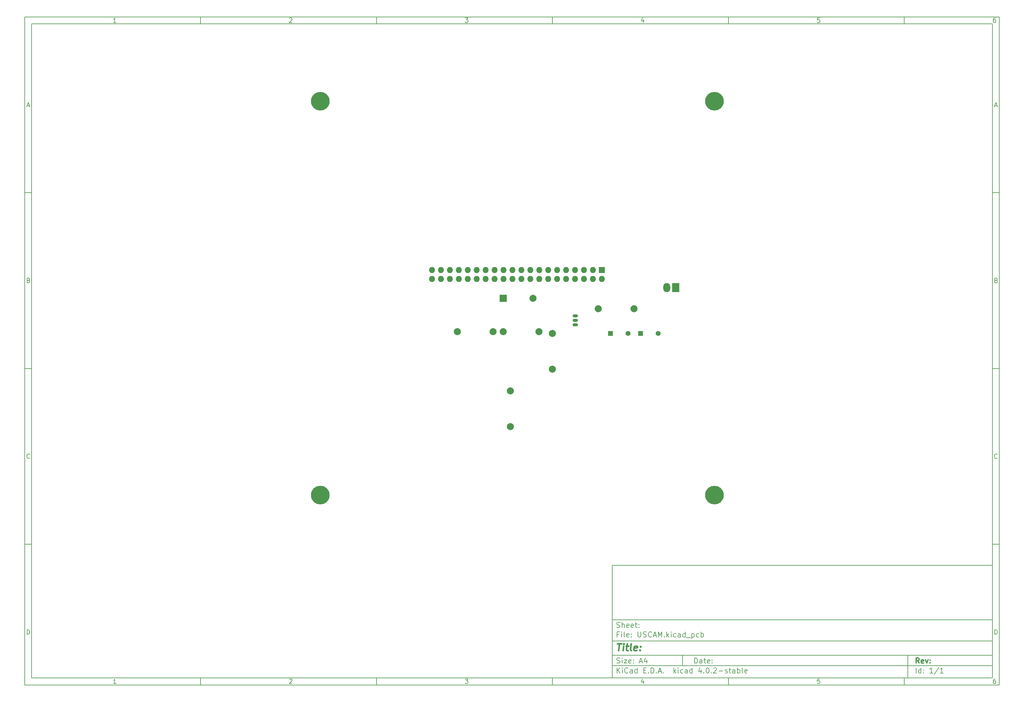
<source format=gbs>
G04 #@! TF.FileFunction,Soldermask,Bot*
%FSLAX46Y46*%
G04 Gerber Fmt 4.6, Leading zero omitted, Abs format (unit mm)*
G04 Created by KiCad (PCBNEW 4.0.2-stable) date 7/30/2016 9:27:16 AM*
%MOMM*%
G01*
G04 APERTURE LIST*
%ADD10C,0.020000*%
%ADD11C,0.150000*%
%ADD12C,0.300000*%
%ADD13C,0.400000*%
%ADD14R,1.400000X1.400000*%
%ADD15C,1.400000*%
%ADD16R,2.000000X2.600000*%
%ADD17O,2.000000X2.600000*%
%ADD18R,1.727200X1.727200*%
%ADD19O,1.727200X1.727200*%
%ADD20O,1.501140X0.899160*%
%ADD21C,1.998980*%
%ADD22C,2.000000*%
%ADD23R,2.000000X2.000000*%
%ADD24C,5.300000*%
G04 APERTURE END LIST*
D10*
D11*
X177002200Y-166007200D02*
X177002200Y-198007200D01*
X285002200Y-198007200D01*
X285002200Y-166007200D01*
X177002200Y-166007200D01*
D10*
D11*
X10000000Y-10000000D02*
X10000000Y-200007200D01*
X287002200Y-200007200D01*
X287002200Y-10000000D01*
X10000000Y-10000000D01*
D10*
D11*
X12000000Y-12000000D02*
X12000000Y-198007200D01*
X285002200Y-198007200D01*
X285002200Y-12000000D01*
X12000000Y-12000000D01*
D10*
D11*
X60000000Y-12000000D02*
X60000000Y-10000000D01*
D10*
D11*
X110000000Y-12000000D02*
X110000000Y-10000000D01*
D10*
D11*
X160000000Y-12000000D02*
X160000000Y-10000000D01*
D10*
D11*
X210000000Y-12000000D02*
X210000000Y-10000000D01*
D10*
D11*
X260000000Y-12000000D02*
X260000000Y-10000000D01*
D10*
D11*
X35990476Y-11588095D02*
X35247619Y-11588095D01*
X35619048Y-11588095D02*
X35619048Y-10288095D01*
X35495238Y-10473810D01*
X35371429Y-10597619D01*
X35247619Y-10659524D01*
D10*
D11*
X85247619Y-10411905D02*
X85309524Y-10350000D01*
X85433333Y-10288095D01*
X85742857Y-10288095D01*
X85866667Y-10350000D01*
X85928571Y-10411905D01*
X85990476Y-10535714D01*
X85990476Y-10659524D01*
X85928571Y-10845238D01*
X85185714Y-11588095D01*
X85990476Y-11588095D01*
D10*
D11*
X135185714Y-10288095D02*
X135990476Y-10288095D01*
X135557143Y-10783333D01*
X135742857Y-10783333D01*
X135866667Y-10845238D01*
X135928571Y-10907143D01*
X135990476Y-11030952D01*
X135990476Y-11340476D01*
X135928571Y-11464286D01*
X135866667Y-11526190D01*
X135742857Y-11588095D01*
X135371429Y-11588095D01*
X135247619Y-11526190D01*
X135185714Y-11464286D01*
D10*
D11*
X185866667Y-10721429D02*
X185866667Y-11588095D01*
X185557143Y-10226190D02*
X185247619Y-11154762D01*
X186052381Y-11154762D01*
D10*
D11*
X235928571Y-10288095D02*
X235309524Y-10288095D01*
X235247619Y-10907143D01*
X235309524Y-10845238D01*
X235433333Y-10783333D01*
X235742857Y-10783333D01*
X235866667Y-10845238D01*
X235928571Y-10907143D01*
X235990476Y-11030952D01*
X235990476Y-11340476D01*
X235928571Y-11464286D01*
X235866667Y-11526190D01*
X235742857Y-11588095D01*
X235433333Y-11588095D01*
X235309524Y-11526190D01*
X235247619Y-11464286D01*
D10*
D11*
X285866667Y-10288095D02*
X285619048Y-10288095D01*
X285495238Y-10350000D01*
X285433333Y-10411905D01*
X285309524Y-10597619D01*
X285247619Y-10845238D01*
X285247619Y-11340476D01*
X285309524Y-11464286D01*
X285371429Y-11526190D01*
X285495238Y-11588095D01*
X285742857Y-11588095D01*
X285866667Y-11526190D01*
X285928571Y-11464286D01*
X285990476Y-11340476D01*
X285990476Y-11030952D01*
X285928571Y-10907143D01*
X285866667Y-10845238D01*
X285742857Y-10783333D01*
X285495238Y-10783333D01*
X285371429Y-10845238D01*
X285309524Y-10907143D01*
X285247619Y-11030952D01*
D10*
D11*
X60000000Y-198007200D02*
X60000000Y-200007200D01*
D10*
D11*
X110000000Y-198007200D02*
X110000000Y-200007200D01*
D10*
D11*
X160000000Y-198007200D02*
X160000000Y-200007200D01*
D10*
D11*
X210000000Y-198007200D02*
X210000000Y-200007200D01*
D10*
D11*
X260000000Y-198007200D02*
X260000000Y-200007200D01*
D10*
D11*
X35990476Y-199595295D02*
X35247619Y-199595295D01*
X35619048Y-199595295D02*
X35619048Y-198295295D01*
X35495238Y-198481010D01*
X35371429Y-198604819D01*
X35247619Y-198666724D01*
D10*
D11*
X85247619Y-198419105D02*
X85309524Y-198357200D01*
X85433333Y-198295295D01*
X85742857Y-198295295D01*
X85866667Y-198357200D01*
X85928571Y-198419105D01*
X85990476Y-198542914D01*
X85990476Y-198666724D01*
X85928571Y-198852438D01*
X85185714Y-199595295D01*
X85990476Y-199595295D01*
D10*
D11*
X135185714Y-198295295D02*
X135990476Y-198295295D01*
X135557143Y-198790533D01*
X135742857Y-198790533D01*
X135866667Y-198852438D01*
X135928571Y-198914343D01*
X135990476Y-199038152D01*
X135990476Y-199347676D01*
X135928571Y-199471486D01*
X135866667Y-199533390D01*
X135742857Y-199595295D01*
X135371429Y-199595295D01*
X135247619Y-199533390D01*
X135185714Y-199471486D01*
D10*
D11*
X185866667Y-198728629D02*
X185866667Y-199595295D01*
X185557143Y-198233390D02*
X185247619Y-199161962D01*
X186052381Y-199161962D01*
D10*
D11*
X235928571Y-198295295D02*
X235309524Y-198295295D01*
X235247619Y-198914343D01*
X235309524Y-198852438D01*
X235433333Y-198790533D01*
X235742857Y-198790533D01*
X235866667Y-198852438D01*
X235928571Y-198914343D01*
X235990476Y-199038152D01*
X235990476Y-199347676D01*
X235928571Y-199471486D01*
X235866667Y-199533390D01*
X235742857Y-199595295D01*
X235433333Y-199595295D01*
X235309524Y-199533390D01*
X235247619Y-199471486D01*
D10*
D11*
X285866667Y-198295295D02*
X285619048Y-198295295D01*
X285495238Y-198357200D01*
X285433333Y-198419105D01*
X285309524Y-198604819D01*
X285247619Y-198852438D01*
X285247619Y-199347676D01*
X285309524Y-199471486D01*
X285371429Y-199533390D01*
X285495238Y-199595295D01*
X285742857Y-199595295D01*
X285866667Y-199533390D01*
X285928571Y-199471486D01*
X285990476Y-199347676D01*
X285990476Y-199038152D01*
X285928571Y-198914343D01*
X285866667Y-198852438D01*
X285742857Y-198790533D01*
X285495238Y-198790533D01*
X285371429Y-198852438D01*
X285309524Y-198914343D01*
X285247619Y-199038152D01*
D10*
D11*
X10000000Y-60000000D02*
X12000000Y-60000000D01*
D10*
D11*
X10000000Y-110000000D02*
X12000000Y-110000000D01*
D10*
D11*
X10000000Y-160000000D02*
X12000000Y-160000000D01*
D10*
D11*
X10690476Y-35216667D02*
X11309524Y-35216667D01*
X10566667Y-35588095D02*
X11000000Y-34288095D01*
X11433333Y-35588095D01*
D10*
D11*
X11092857Y-84907143D02*
X11278571Y-84969048D01*
X11340476Y-85030952D01*
X11402381Y-85154762D01*
X11402381Y-85340476D01*
X11340476Y-85464286D01*
X11278571Y-85526190D01*
X11154762Y-85588095D01*
X10659524Y-85588095D01*
X10659524Y-84288095D01*
X11092857Y-84288095D01*
X11216667Y-84350000D01*
X11278571Y-84411905D01*
X11340476Y-84535714D01*
X11340476Y-84659524D01*
X11278571Y-84783333D01*
X11216667Y-84845238D01*
X11092857Y-84907143D01*
X10659524Y-84907143D01*
D10*
D11*
X11402381Y-135464286D02*
X11340476Y-135526190D01*
X11154762Y-135588095D01*
X11030952Y-135588095D01*
X10845238Y-135526190D01*
X10721429Y-135402381D01*
X10659524Y-135278571D01*
X10597619Y-135030952D01*
X10597619Y-134845238D01*
X10659524Y-134597619D01*
X10721429Y-134473810D01*
X10845238Y-134350000D01*
X11030952Y-134288095D01*
X11154762Y-134288095D01*
X11340476Y-134350000D01*
X11402381Y-134411905D01*
D10*
D11*
X10659524Y-185588095D02*
X10659524Y-184288095D01*
X10969048Y-184288095D01*
X11154762Y-184350000D01*
X11278571Y-184473810D01*
X11340476Y-184597619D01*
X11402381Y-184845238D01*
X11402381Y-185030952D01*
X11340476Y-185278571D01*
X11278571Y-185402381D01*
X11154762Y-185526190D01*
X10969048Y-185588095D01*
X10659524Y-185588095D01*
D10*
D11*
X287002200Y-60000000D02*
X285002200Y-60000000D01*
D10*
D11*
X287002200Y-110000000D02*
X285002200Y-110000000D01*
D10*
D11*
X287002200Y-160000000D02*
X285002200Y-160000000D01*
D10*
D11*
X285692676Y-35216667D02*
X286311724Y-35216667D01*
X285568867Y-35588095D02*
X286002200Y-34288095D01*
X286435533Y-35588095D01*
D10*
D11*
X286095057Y-84907143D02*
X286280771Y-84969048D01*
X286342676Y-85030952D01*
X286404581Y-85154762D01*
X286404581Y-85340476D01*
X286342676Y-85464286D01*
X286280771Y-85526190D01*
X286156962Y-85588095D01*
X285661724Y-85588095D01*
X285661724Y-84288095D01*
X286095057Y-84288095D01*
X286218867Y-84350000D01*
X286280771Y-84411905D01*
X286342676Y-84535714D01*
X286342676Y-84659524D01*
X286280771Y-84783333D01*
X286218867Y-84845238D01*
X286095057Y-84907143D01*
X285661724Y-84907143D01*
D10*
D11*
X286404581Y-135464286D02*
X286342676Y-135526190D01*
X286156962Y-135588095D01*
X286033152Y-135588095D01*
X285847438Y-135526190D01*
X285723629Y-135402381D01*
X285661724Y-135278571D01*
X285599819Y-135030952D01*
X285599819Y-134845238D01*
X285661724Y-134597619D01*
X285723629Y-134473810D01*
X285847438Y-134350000D01*
X286033152Y-134288095D01*
X286156962Y-134288095D01*
X286342676Y-134350000D01*
X286404581Y-134411905D01*
D10*
D11*
X285661724Y-185588095D02*
X285661724Y-184288095D01*
X285971248Y-184288095D01*
X286156962Y-184350000D01*
X286280771Y-184473810D01*
X286342676Y-184597619D01*
X286404581Y-184845238D01*
X286404581Y-185030952D01*
X286342676Y-185278571D01*
X286280771Y-185402381D01*
X286156962Y-185526190D01*
X285971248Y-185588095D01*
X285661724Y-185588095D01*
D10*
D11*
X200359343Y-193785771D02*
X200359343Y-192285771D01*
X200716486Y-192285771D01*
X200930771Y-192357200D01*
X201073629Y-192500057D01*
X201145057Y-192642914D01*
X201216486Y-192928629D01*
X201216486Y-193142914D01*
X201145057Y-193428629D01*
X201073629Y-193571486D01*
X200930771Y-193714343D01*
X200716486Y-193785771D01*
X200359343Y-193785771D01*
X202502200Y-193785771D02*
X202502200Y-193000057D01*
X202430771Y-192857200D01*
X202287914Y-192785771D01*
X202002200Y-192785771D01*
X201859343Y-192857200D01*
X202502200Y-193714343D02*
X202359343Y-193785771D01*
X202002200Y-193785771D01*
X201859343Y-193714343D01*
X201787914Y-193571486D01*
X201787914Y-193428629D01*
X201859343Y-193285771D01*
X202002200Y-193214343D01*
X202359343Y-193214343D01*
X202502200Y-193142914D01*
X203002200Y-192785771D02*
X203573629Y-192785771D01*
X203216486Y-192285771D02*
X203216486Y-193571486D01*
X203287914Y-193714343D01*
X203430772Y-193785771D01*
X203573629Y-193785771D01*
X204645057Y-193714343D02*
X204502200Y-193785771D01*
X204216486Y-193785771D01*
X204073629Y-193714343D01*
X204002200Y-193571486D01*
X204002200Y-193000057D01*
X204073629Y-192857200D01*
X204216486Y-192785771D01*
X204502200Y-192785771D01*
X204645057Y-192857200D01*
X204716486Y-193000057D01*
X204716486Y-193142914D01*
X204002200Y-193285771D01*
X205359343Y-193642914D02*
X205430771Y-193714343D01*
X205359343Y-193785771D01*
X205287914Y-193714343D01*
X205359343Y-193642914D01*
X205359343Y-193785771D01*
X205359343Y-192857200D02*
X205430771Y-192928629D01*
X205359343Y-193000057D01*
X205287914Y-192928629D01*
X205359343Y-192857200D01*
X205359343Y-193000057D01*
D10*
D11*
X177002200Y-194507200D02*
X285002200Y-194507200D01*
D10*
D11*
X178359343Y-196585771D02*
X178359343Y-195085771D01*
X179216486Y-196585771D02*
X178573629Y-195728629D01*
X179216486Y-195085771D02*
X178359343Y-195942914D01*
X179859343Y-196585771D02*
X179859343Y-195585771D01*
X179859343Y-195085771D02*
X179787914Y-195157200D01*
X179859343Y-195228629D01*
X179930771Y-195157200D01*
X179859343Y-195085771D01*
X179859343Y-195228629D01*
X181430772Y-196442914D02*
X181359343Y-196514343D01*
X181145057Y-196585771D01*
X181002200Y-196585771D01*
X180787915Y-196514343D01*
X180645057Y-196371486D01*
X180573629Y-196228629D01*
X180502200Y-195942914D01*
X180502200Y-195728629D01*
X180573629Y-195442914D01*
X180645057Y-195300057D01*
X180787915Y-195157200D01*
X181002200Y-195085771D01*
X181145057Y-195085771D01*
X181359343Y-195157200D01*
X181430772Y-195228629D01*
X182716486Y-196585771D02*
X182716486Y-195800057D01*
X182645057Y-195657200D01*
X182502200Y-195585771D01*
X182216486Y-195585771D01*
X182073629Y-195657200D01*
X182716486Y-196514343D02*
X182573629Y-196585771D01*
X182216486Y-196585771D01*
X182073629Y-196514343D01*
X182002200Y-196371486D01*
X182002200Y-196228629D01*
X182073629Y-196085771D01*
X182216486Y-196014343D01*
X182573629Y-196014343D01*
X182716486Y-195942914D01*
X184073629Y-196585771D02*
X184073629Y-195085771D01*
X184073629Y-196514343D02*
X183930772Y-196585771D01*
X183645058Y-196585771D01*
X183502200Y-196514343D01*
X183430772Y-196442914D01*
X183359343Y-196300057D01*
X183359343Y-195871486D01*
X183430772Y-195728629D01*
X183502200Y-195657200D01*
X183645058Y-195585771D01*
X183930772Y-195585771D01*
X184073629Y-195657200D01*
X185930772Y-195800057D02*
X186430772Y-195800057D01*
X186645058Y-196585771D02*
X185930772Y-196585771D01*
X185930772Y-195085771D01*
X186645058Y-195085771D01*
X187287915Y-196442914D02*
X187359343Y-196514343D01*
X187287915Y-196585771D01*
X187216486Y-196514343D01*
X187287915Y-196442914D01*
X187287915Y-196585771D01*
X188002201Y-196585771D02*
X188002201Y-195085771D01*
X188359344Y-195085771D01*
X188573629Y-195157200D01*
X188716487Y-195300057D01*
X188787915Y-195442914D01*
X188859344Y-195728629D01*
X188859344Y-195942914D01*
X188787915Y-196228629D01*
X188716487Y-196371486D01*
X188573629Y-196514343D01*
X188359344Y-196585771D01*
X188002201Y-196585771D01*
X189502201Y-196442914D02*
X189573629Y-196514343D01*
X189502201Y-196585771D01*
X189430772Y-196514343D01*
X189502201Y-196442914D01*
X189502201Y-196585771D01*
X190145058Y-196157200D02*
X190859344Y-196157200D01*
X190002201Y-196585771D02*
X190502201Y-195085771D01*
X191002201Y-196585771D01*
X191502201Y-196442914D02*
X191573629Y-196514343D01*
X191502201Y-196585771D01*
X191430772Y-196514343D01*
X191502201Y-196442914D01*
X191502201Y-196585771D01*
X194502201Y-196585771D02*
X194502201Y-195085771D01*
X194645058Y-196014343D02*
X195073629Y-196585771D01*
X195073629Y-195585771D02*
X194502201Y-196157200D01*
X195716487Y-196585771D02*
X195716487Y-195585771D01*
X195716487Y-195085771D02*
X195645058Y-195157200D01*
X195716487Y-195228629D01*
X195787915Y-195157200D01*
X195716487Y-195085771D01*
X195716487Y-195228629D01*
X197073630Y-196514343D02*
X196930773Y-196585771D01*
X196645059Y-196585771D01*
X196502201Y-196514343D01*
X196430773Y-196442914D01*
X196359344Y-196300057D01*
X196359344Y-195871486D01*
X196430773Y-195728629D01*
X196502201Y-195657200D01*
X196645059Y-195585771D01*
X196930773Y-195585771D01*
X197073630Y-195657200D01*
X198359344Y-196585771D02*
X198359344Y-195800057D01*
X198287915Y-195657200D01*
X198145058Y-195585771D01*
X197859344Y-195585771D01*
X197716487Y-195657200D01*
X198359344Y-196514343D02*
X198216487Y-196585771D01*
X197859344Y-196585771D01*
X197716487Y-196514343D01*
X197645058Y-196371486D01*
X197645058Y-196228629D01*
X197716487Y-196085771D01*
X197859344Y-196014343D01*
X198216487Y-196014343D01*
X198359344Y-195942914D01*
X199716487Y-196585771D02*
X199716487Y-195085771D01*
X199716487Y-196514343D02*
X199573630Y-196585771D01*
X199287916Y-196585771D01*
X199145058Y-196514343D01*
X199073630Y-196442914D01*
X199002201Y-196300057D01*
X199002201Y-195871486D01*
X199073630Y-195728629D01*
X199145058Y-195657200D01*
X199287916Y-195585771D01*
X199573630Y-195585771D01*
X199716487Y-195657200D01*
X202216487Y-195585771D02*
X202216487Y-196585771D01*
X201859344Y-195014343D02*
X201502201Y-196085771D01*
X202430773Y-196085771D01*
X203002201Y-196442914D02*
X203073629Y-196514343D01*
X203002201Y-196585771D01*
X202930772Y-196514343D01*
X203002201Y-196442914D01*
X203002201Y-196585771D01*
X204002201Y-195085771D02*
X204145058Y-195085771D01*
X204287915Y-195157200D01*
X204359344Y-195228629D01*
X204430773Y-195371486D01*
X204502201Y-195657200D01*
X204502201Y-196014343D01*
X204430773Y-196300057D01*
X204359344Y-196442914D01*
X204287915Y-196514343D01*
X204145058Y-196585771D01*
X204002201Y-196585771D01*
X203859344Y-196514343D01*
X203787915Y-196442914D01*
X203716487Y-196300057D01*
X203645058Y-196014343D01*
X203645058Y-195657200D01*
X203716487Y-195371486D01*
X203787915Y-195228629D01*
X203859344Y-195157200D01*
X204002201Y-195085771D01*
X205145058Y-196442914D02*
X205216486Y-196514343D01*
X205145058Y-196585771D01*
X205073629Y-196514343D01*
X205145058Y-196442914D01*
X205145058Y-196585771D01*
X205787915Y-195228629D02*
X205859344Y-195157200D01*
X206002201Y-195085771D01*
X206359344Y-195085771D01*
X206502201Y-195157200D01*
X206573630Y-195228629D01*
X206645058Y-195371486D01*
X206645058Y-195514343D01*
X206573630Y-195728629D01*
X205716487Y-196585771D01*
X206645058Y-196585771D01*
X207287915Y-196014343D02*
X208430772Y-196014343D01*
X209073629Y-196514343D02*
X209216486Y-196585771D01*
X209502201Y-196585771D01*
X209645058Y-196514343D01*
X209716486Y-196371486D01*
X209716486Y-196300057D01*
X209645058Y-196157200D01*
X209502201Y-196085771D01*
X209287915Y-196085771D01*
X209145058Y-196014343D01*
X209073629Y-195871486D01*
X209073629Y-195800057D01*
X209145058Y-195657200D01*
X209287915Y-195585771D01*
X209502201Y-195585771D01*
X209645058Y-195657200D01*
X210145058Y-195585771D02*
X210716487Y-195585771D01*
X210359344Y-195085771D02*
X210359344Y-196371486D01*
X210430772Y-196514343D01*
X210573630Y-196585771D01*
X210716487Y-196585771D01*
X211859344Y-196585771D02*
X211859344Y-195800057D01*
X211787915Y-195657200D01*
X211645058Y-195585771D01*
X211359344Y-195585771D01*
X211216487Y-195657200D01*
X211859344Y-196514343D02*
X211716487Y-196585771D01*
X211359344Y-196585771D01*
X211216487Y-196514343D01*
X211145058Y-196371486D01*
X211145058Y-196228629D01*
X211216487Y-196085771D01*
X211359344Y-196014343D01*
X211716487Y-196014343D01*
X211859344Y-195942914D01*
X212573630Y-196585771D02*
X212573630Y-195085771D01*
X212573630Y-195657200D02*
X212716487Y-195585771D01*
X213002201Y-195585771D01*
X213145058Y-195657200D01*
X213216487Y-195728629D01*
X213287916Y-195871486D01*
X213287916Y-196300057D01*
X213216487Y-196442914D01*
X213145058Y-196514343D01*
X213002201Y-196585771D01*
X212716487Y-196585771D01*
X212573630Y-196514343D01*
X214145059Y-196585771D02*
X214002201Y-196514343D01*
X213930773Y-196371486D01*
X213930773Y-195085771D01*
X215287915Y-196514343D02*
X215145058Y-196585771D01*
X214859344Y-196585771D01*
X214716487Y-196514343D01*
X214645058Y-196371486D01*
X214645058Y-195800057D01*
X214716487Y-195657200D01*
X214859344Y-195585771D01*
X215145058Y-195585771D01*
X215287915Y-195657200D01*
X215359344Y-195800057D01*
X215359344Y-195942914D01*
X214645058Y-196085771D01*
D10*
D11*
X177002200Y-191507200D02*
X285002200Y-191507200D01*
D10*
D12*
X264216486Y-193785771D02*
X263716486Y-193071486D01*
X263359343Y-193785771D02*
X263359343Y-192285771D01*
X263930771Y-192285771D01*
X264073629Y-192357200D01*
X264145057Y-192428629D01*
X264216486Y-192571486D01*
X264216486Y-192785771D01*
X264145057Y-192928629D01*
X264073629Y-193000057D01*
X263930771Y-193071486D01*
X263359343Y-193071486D01*
X265430771Y-193714343D02*
X265287914Y-193785771D01*
X265002200Y-193785771D01*
X264859343Y-193714343D01*
X264787914Y-193571486D01*
X264787914Y-193000057D01*
X264859343Y-192857200D01*
X265002200Y-192785771D01*
X265287914Y-192785771D01*
X265430771Y-192857200D01*
X265502200Y-193000057D01*
X265502200Y-193142914D01*
X264787914Y-193285771D01*
X266002200Y-192785771D02*
X266359343Y-193785771D01*
X266716485Y-192785771D01*
X267287914Y-193642914D02*
X267359342Y-193714343D01*
X267287914Y-193785771D01*
X267216485Y-193714343D01*
X267287914Y-193642914D01*
X267287914Y-193785771D01*
X267287914Y-192857200D02*
X267359342Y-192928629D01*
X267287914Y-193000057D01*
X267216485Y-192928629D01*
X267287914Y-192857200D01*
X267287914Y-193000057D01*
D10*
D11*
X178287914Y-193714343D02*
X178502200Y-193785771D01*
X178859343Y-193785771D01*
X179002200Y-193714343D01*
X179073629Y-193642914D01*
X179145057Y-193500057D01*
X179145057Y-193357200D01*
X179073629Y-193214343D01*
X179002200Y-193142914D01*
X178859343Y-193071486D01*
X178573629Y-193000057D01*
X178430771Y-192928629D01*
X178359343Y-192857200D01*
X178287914Y-192714343D01*
X178287914Y-192571486D01*
X178359343Y-192428629D01*
X178430771Y-192357200D01*
X178573629Y-192285771D01*
X178930771Y-192285771D01*
X179145057Y-192357200D01*
X179787914Y-193785771D02*
X179787914Y-192785771D01*
X179787914Y-192285771D02*
X179716485Y-192357200D01*
X179787914Y-192428629D01*
X179859342Y-192357200D01*
X179787914Y-192285771D01*
X179787914Y-192428629D01*
X180359343Y-192785771D02*
X181145057Y-192785771D01*
X180359343Y-193785771D01*
X181145057Y-193785771D01*
X182287914Y-193714343D02*
X182145057Y-193785771D01*
X181859343Y-193785771D01*
X181716486Y-193714343D01*
X181645057Y-193571486D01*
X181645057Y-193000057D01*
X181716486Y-192857200D01*
X181859343Y-192785771D01*
X182145057Y-192785771D01*
X182287914Y-192857200D01*
X182359343Y-193000057D01*
X182359343Y-193142914D01*
X181645057Y-193285771D01*
X183002200Y-193642914D02*
X183073628Y-193714343D01*
X183002200Y-193785771D01*
X182930771Y-193714343D01*
X183002200Y-193642914D01*
X183002200Y-193785771D01*
X183002200Y-192857200D02*
X183073628Y-192928629D01*
X183002200Y-193000057D01*
X182930771Y-192928629D01*
X183002200Y-192857200D01*
X183002200Y-193000057D01*
X184787914Y-193357200D02*
X185502200Y-193357200D01*
X184645057Y-193785771D02*
X185145057Y-192285771D01*
X185645057Y-193785771D01*
X186787914Y-192785771D02*
X186787914Y-193785771D01*
X186430771Y-192214343D02*
X186073628Y-193285771D01*
X187002200Y-193285771D01*
D10*
D11*
X263359343Y-196585771D02*
X263359343Y-195085771D01*
X264716486Y-196585771D02*
X264716486Y-195085771D01*
X264716486Y-196514343D02*
X264573629Y-196585771D01*
X264287915Y-196585771D01*
X264145057Y-196514343D01*
X264073629Y-196442914D01*
X264002200Y-196300057D01*
X264002200Y-195871486D01*
X264073629Y-195728629D01*
X264145057Y-195657200D01*
X264287915Y-195585771D01*
X264573629Y-195585771D01*
X264716486Y-195657200D01*
X265430772Y-196442914D02*
X265502200Y-196514343D01*
X265430772Y-196585771D01*
X265359343Y-196514343D01*
X265430772Y-196442914D01*
X265430772Y-196585771D01*
X265430772Y-195657200D02*
X265502200Y-195728629D01*
X265430772Y-195800057D01*
X265359343Y-195728629D01*
X265430772Y-195657200D01*
X265430772Y-195800057D01*
X268073629Y-196585771D02*
X267216486Y-196585771D01*
X267645058Y-196585771D02*
X267645058Y-195085771D01*
X267502201Y-195300057D01*
X267359343Y-195442914D01*
X267216486Y-195514343D01*
X269787914Y-195014343D02*
X268502200Y-196942914D01*
X271073629Y-196585771D02*
X270216486Y-196585771D01*
X270645058Y-196585771D02*
X270645058Y-195085771D01*
X270502201Y-195300057D01*
X270359343Y-195442914D01*
X270216486Y-195514343D01*
D10*
D11*
X177002200Y-187507200D02*
X285002200Y-187507200D01*
D10*
D13*
X178454581Y-188211962D02*
X179597438Y-188211962D01*
X178776010Y-190211962D02*
X179026010Y-188211962D01*
X180014105Y-190211962D02*
X180180771Y-188878629D01*
X180264105Y-188211962D02*
X180156962Y-188307200D01*
X180240295Y-188402438D01*
X180347439Y-188307200D01*
X180264105Y-188211962D01*
X180240295Y-188402438D01*
X180847438Y-188878629D02*
X181609343Y-188878629D01*
X181216486Y-188211962D02*
X181002200Y-189926248D01*
X181073630Y-190116724D01*
X181252201Y-190211962D01*
X181442677Y-190211962D01*
X182395058Y-190211962D02*
X182216487Y-190116724D01*
X182145057Y-189926248D01*
X182359343Y-188211962D01*
X183930772Y-190116724D02*
X183728391Y-190211962D01*
X183347439Y-190211962D01*
X183168867Y-190116724D01*
X183097438Y-189926248D01*
X183192676Y-189164343D01*
X183311724Y-188973867D01*
X183514105Y-188878629D01*
X183895057Y-188878629D01*
X184073629Y-188973867D01*
X184145057Y-189164343D01*
X184121248Y-189354819D01*
X183145057Y-189545295D01*
X184895057Y-190021486D02*
X184978392Y-190116724D01*
X184871248Y-190211962D01*
X184787915Y-190116724D01*
X184895057Y-190021486D01*
X184871248Y-190211962D01*
X185026010Y-188973867D02*
X185109344Y-189069105D01*
X185002200Y-189164343D01*
X184918867Y-189069105D01*
X185026010Y-188973867D01*
X185002200Y-189164343D01*
D10*
D11*
X178859343Y-185600057D02*
X178359343Y-185600057D01*
X178359343Y-186385771D02*
X178359343Y-184885771D01*
X179073629Y-184885771D01*
X179645057Y-186385771D02*
X179645057Y-185385771D01*
X179645057Y-184885771D02*
X179573628Y-184957200D01*
X179645057Y-185028629D01*
X179716485Y-184957200D01*
X179645057Y-184885771D01*
X179645057Y-185028629D01*
X180573629Y-186385771D02*
X180430771Y-186314343D01*
X180359343Y-186171486D01*
X180359343Y-184885771D01*
X181716485Y-186314343D02*
X181573628Y-186385771D01*
X181287914Y-186385771D01*
X181145057Y-186314343D01*
X181073628Y-186171486D01*
X181073628Y-185600057D01*
X181145057Y-185457200D01*
X181287914Y-185385771D01*
X181573628Y-185385771D01*
X181716485Y-185457200D01*
X181787914Y-185600057D01*
X181787914Y-185742914D01*
X181073628Y-185885771D01*
X182430771Y-186242914D02*
X182502199Y-186314343D01*
X182430771Y-186385771D01*
X182359342Y-186314343D01*
X182430771Y-186242914D01*
X182430771Y-186385771D01*
X182430771Y-185457200D02*
X182502199Y-185528629D01*
X182430771Y-185600057D01*
X182359342Y-185528629D01*
X182430771Y-185457200D01*
X182430771Y-185600057D01*
X184287914Y-184885771D02*
X184287914Y-186100057D01*
X184359342Y-186242914D01*
X184430771Y-186314343D01*
X184573628Y-186385771D01*
X184859342Y-186385771D01*
X185002200Y-186314343D01*
X185073628Y-186242914D01*
X185145057Y-186100057D01*
X185145057Y-184885771D01*
X185787914Y-186314343D02*
X186002200Y-186385771D01*
X186359343Y-186385771D01*
X186502200Y-186314343D01*
X186573629Y-186242914D01*
X186645057Y-186100057D01*
X186645057Y-185957200D01*
X186573629Y-185814343D01*
X186502200Y-185742914D01*
X186359343Y-185671486D01*
X186073629Y-185600057D01*
X185930771Y-185528629D01*
X185859343Y-185457200D01*
X185787914Y-185314343D01*
X185787914Y-185171486D01*
X185859343Y-185028629D01*
X185930771Y-184957200D01*
X186073629Y-184885771D01*
X186430771Y-184885771D01*
X186645057Y-184957200D01*
X188145057Y-186242914D02*
X188073628Y-186314343D01*
X187859342Y-186385771D01*
X187716485Y-186385771D01*
X187502200Y-186314343D01*
X187359342Y-186171486D01*
X187287914Y-186028629D01*
X187216485Y-185742914D01*
X187216485Y-185528629D01*
X187287914Y-185242914D01*
X187359342Y-185100057D01*
X187502200Y-184957200D01*
X187716485Y-184885771D01*
X187859342Y-184885771D01*
X188073628Y-184957200D01*
X188145057Y-185028629D01*
X188716485Y-185957200D02*
X189430771Y-185957200D01*
X188573628Y-186385771D02*
X189073628Y-184885771D01*
X189573628Y-186385771D01*
X190073628Y-186385771D02*
X190073628Y-184885771D01*
X190573628Y-185957200D01*
X191073628Y-184885771D01*
X191073628Y-186385771D01*
X191787914Y-186242914D02*
X191859342Y-186314343D01*
X191787914Y-186385771D01*
X191716485Y-186314343D01*
X191787914Y-186242914D01*
X191787914Y-186385771D01*
X192502200Y-186385771D02*
X192502200Y-184885771D01*
X192645057Y-185814343D02*
X193073628Y-186385771D01*
X193073628Y-185385771D02*
X192502200Y-185957200D01*
X193716486Y-186385771D02*
X193716486Y-185385771D01*
X193716486Y-184885771D02*
X193645057Y-184957200D01*
X193716486Y-185028629D01*
X193787914Y-184957200D01*
X193716486Y-184885771D01*
X193716486Y-185028629D01*
X195073629Y-186314343D02*
X194930772Y-186385771D01*
X194645058Y-186385771D01*
X194502200Y-186314343D01*
X194430772Y-186242914D01*
X194359343Y-186100057D01*
X194359343Y-185671486D01*
X194430772Y-185528629D01*
X194502200Y-185457200D01*
X194645058Y-185385771D01*
X194930772Y-185385771D01*
X195073629Y-185457200D01*
X196359343Y-186385771D02*
X196359343Y-185600057D01*
X196287914Y-185457200D01*
X196145057Y-185385771D01*
X195859343Y-185385771D01*
X195716486Y-185457200D01*
X196359343Y-186314343D02*
X196216486Y-186385771D01*
X195859343Y-186385771D01*
X195716486Y-186314343D01*
X195645057Y-186171486D01*
X195645057Y-186028629D01*
X195716486Y-185885771D01*
X195859343Y-185814343D01*
X196216486Y-185814343D01*
X196359343Y-185742914D01*
X197716486Y-186385771D02*
X197716486Y-184885771D01*
X197716486Y-186314343D02*
X197573629Y-186385771D01*
X197287915Y-186385771D01*
X197145057Y-186314343D01*
X197073629Y-186242914D01*
X197002200Y-186100057D01*
X197002200Y-185671486D01*
X197073629Y-185528629D01*
X197145057Y-185457200D01*
X197287915Y-185385771D01*
X197573629Y-185385771D01*
X197716486Y-185457200D01*
X198073629Y-186528629D02*
X199216486Y-186528629D01*
X199573629Y-185385771D02*
X199573629Y-186885771D01*
X199573629Y-185457200D02*
X199716486Y-185385771D01*
X200002200Y-185385771D01*
X200145057Y-185457200D01*
X200216486Y-185528629D01*
X200287915Y-185671486D01*
X200287915Y-186100057D01*
X200216486Y-186242914D01*
X200145057Y-186314343D01*
X200002200Y-186385771D01*
X199716486Y-186385771D01*
X199573629Y-186314343D01*
X201573629Y-186314343D02*
X201430772Y-186385771D01*
X201145058Y-186385771D01*
X201002200Y-186314343D01*
X200930772Y-186242914D01*
X200859343Y-186100057D01*
X200859343Y-185671486D01*
X200930772Y-185528629D01*
X201002200Y-185457200D01*
X201145058Y-185385771D01*
X201430772Y-185385771D01*
X201573629Y-185457200D01*
X202216486Y-186385771D02*
X202216486Y-184885771D01*
X202216486Y-185457200D02*
X202359343Y-185385771D01*
X202645057Y-185385771D01*
X202787914Y-185457200D01*
X202859343Y-185528629D01*
X202930772Y-185671486D01*
X202930772Y-186100057D01*
X202859343Y-186242914D01*
X202787914Y-186314343D01*
X202645057Y-186385771D01*
X202359343Y-186385771D01*
X202216486Y-186314343D01*
D10*
D11*
X177002200Y-181507200D02*
X285002200Y-181507200D01*
D10*
D11*
X178287914Y-183614343D02*
X178502200Y-183685771D01*
X178859343Y-183685771D01*
X179002200Y-183614343D01*
X179073629Y-183542914D01*
X179145057Y-183400057D01*
X179145057Y-183257200D01*
X179073629Y-183114343D01*
X179002200Y-183042914D01*
X178859343Y-182971486D01*
X178573629Y-182900057D01*
X178430771Y-182828629D01*
X178359343Y-182757200D01*
X178287914Y-182614343D01*
X178287914Y-182471486D01*
X178359343Y-182328629D01*
X178430771Y-182257200D01*
X178573629Y-182185771D01*
X178930771Y-182185771D01*
X179145057Y-182257200D01*
X179787914Y-183685771D02*
X179787914Y-182185771D01*
X180430771Y-183685771D02*
X180430771Y-182900057D01*
X180359342Y-182757200D01*
X180216485Y-182685771D01*
X180002200Y-182685771D01*
X179859342Y-182757200D01*
X179787914Y-182828629D01*
X181716485Y-183614343D02*
X181573628Y-183685771D01*
X181287914Y-183685771D01*
X181145057Y-183614343D01*
X181073628Y-183471486D01*
X181073628Y-182900057D01*
X181145057Y-182757200D01*
X181287914Y-182685771D01*
X181573628Y-182685771D01*
X181716485Y-182757200D01*
X181787914Y-182900057D01*
X181787914Y-183042914D01*
X181073628Y-183185771D01*
X183002199Y-183614343D02*
X182859342Y-183685771D01*
X182573628Y-183685771D01*
X182430771Y-183614343D01*
X182359342Y-183471486D01*
X182359342Y-182900057D01*
X182430771Y-182757200D01*
X182573628Y-182685771D01*
X182859342Y-182685771D01*
X183002199Y-182757200D01*
X183073628Y-182900057D01*
X183073628Y-183042914D01*
X182359342Y-183185771D01*
X183502199Y-182685771D02*
X184073628Y-182685771D01*
X183716485Y-182185771D02*
X183716485Y-183471486D01*
X183787913Y-183614343D01*
X183930771Y-183685771D01*
X184073628Y-183685771D01*
X184573628Y-183542914D02*
X184645056Y-183614343D01*
X184573628Y-183685771D01*
X184502199Y-183614343D01*
X184573628Y-183542914D01*
X184573628Y-183685771D01*
X184573628Y-182757200D02*
X184645056Y-182828629D01*
X184573628Y-182900057D01*
X184502199Y-182828629D01*
X184573628Y-182757200D01*
X184573628Y-182900057D01*
D10*
D11*
X197002200Y-191507200D02*
X197002200Y-194507200D01*
D10*
D11*
X261002200Y-191507200D02*
X261002200Y-198007200D01*
D14*
X176500000Y-100000000D03*
D15*
X181500000Y-100000000D03*
D14*
X185000000Y-100000000D03*
D15*
X190000000Y-100000000D03*
D16*
X195000660Y-87002140D03*
D17*
X192460660Y-87002140D03*
D18*
X174000000Y-82000000D03*
D19*
X174000000Y-84540000D03*
X171460000Y-82000000D03*
X171460000Y-84540000D03*
X168920000Y-82000000D03*
X168920000Y-84540000D03*
X166380000Y-82000000D03*
X166380000Y-84540000D03*
X163840000Y-82000000D03*
X163840000Y-84540000D03*
X161300000Y-82000000D03*
X161300000Y-84540000D03*
X158760000Y-82000000D03*
X158760000Y-84540000D03*
X156220000Y-82000000D03*
X156220000Y-84540000D03*
X153680000Y-82000000D03*
X153680000Y-84540000D03*
X151140000Y-82000000D03*
X151140000Y-84540000D03*
X148600000Y-82000000D03*
X148600000Y-84540000D03*
X146060000Y-82000000D03*
X146060000Y-84540000D03*
X143520000Y-82000000D03*
X143520000Y-84540000D03*
X140980000Y-82000000D03*
X140980000Y-84540000D03*
X138440000Y-82000000D03*
X138440000Y-84540000D03*
X135900000Y-82000000D03*
X135900000Y-84540000D03*
X133360000Y-82000000D03*
X133360000Y-84540000D03*
X130820000Y-82000000D03*
X130820000Y-84540000D03*
X128280000Y-82000000D03*
X128280000Y-84540000D03*
X125740000Y-82000000D03*
X125740000Y-84540000D03*
D20*
X166500000Y-96270000D03*
X166500000Y-97540000D03*
X166500000Y-95000000D03*
D21*
X148000000Y-126500000D03*
X148000000Y-116340000D03*
X160000000Y-100000000D03*
X160000000Y-110160000D03*
X173000000Y-93000000D03*
X183160000Y-93000000D03*
X146000000Y-99500000D03*
X156160000Y-99500000D03*
X133000000Y-99500000D03*
X143160000Y-99500000D03*
D22*
X154500000Y-90000000D03*
D23*
X146000000Y-90000000D03*
D24*
X94000660Y-34002140D03*
X206000660Y-34002140D03*
X206000660Y-146002140D03*
X94000660Y-146002140D03*
M02*

</source>
